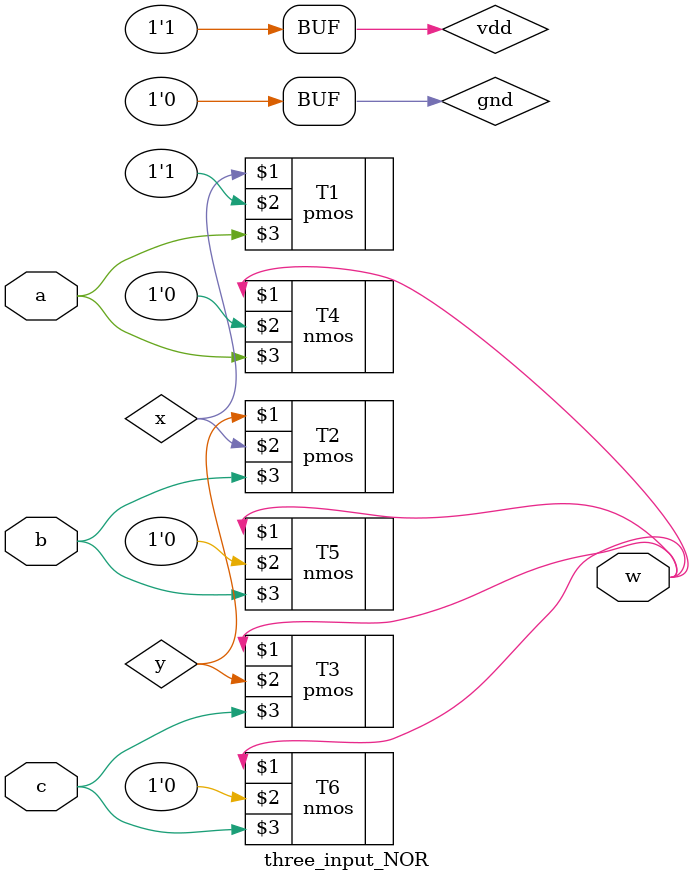
<source format=sv>
module three_input_NOR(input a,b,c,output w);
  supply1 vdd;
  supply0 gnd;
  wire x,y;
  pmos #(5,6,7) T1(x,vdd,a),T2(y,x,b),T3(w,y,c);
  nmos #(3,4,5) T4(w,gnd,a),T5(w,gnd,b),T6(w,gnd,c);
endmodule


</source>
